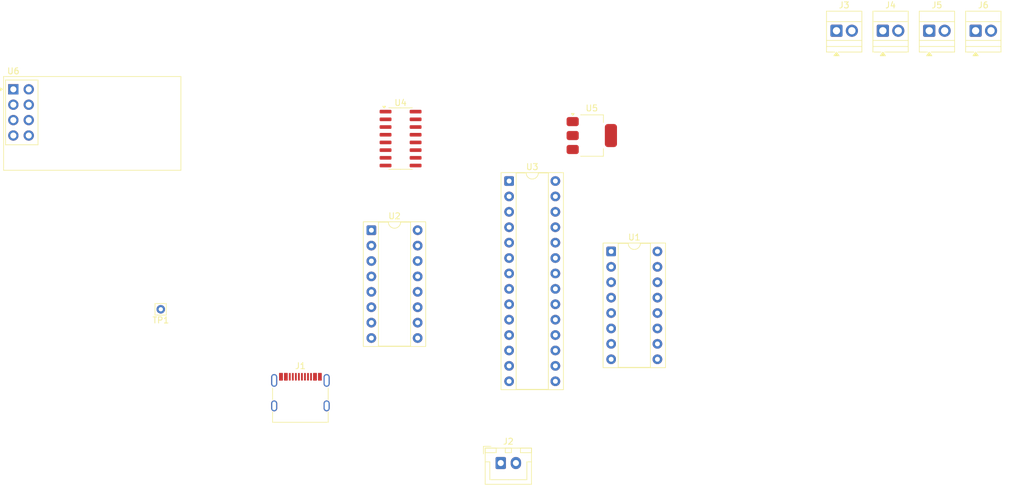
<source format=kicad_pcb>
(kicad_pcb (version 20241229) (generator "pcbnew") (generator_version "9.0")
  (layers (0 "F.Cu" signal) (2 "B.Cu" signal) (13 "F.Paste" user) (15 "B.Paste" user) (5 "F.SilkS" user "F.Silkscreen") (7 "B.SilkS" user "B.Silkscreen") (1 "F.Mask" user) (3 "B.Mask" user) (25 "Edge.Cuts" user))
  (net 0 "")
  (net 2 "GND")
  (net 3 "+5V")
  (net 5 "Net-(U4-UD+)")
  (net 6 "Net-(U4-UD-)")
  (net 10 "MOTOR_POWER")
  (net 11 "MOTOR_B_2_INPUT")
  (net 12 "MOTOR_A_2_INPUT")
  (net 13 "MOTOR_B_1_INPUT")
  (net 14 "Net-(J3-Pin_2)")
  (net 15 "Net-(J3-Pin_1)")
  (net 16 "Net-(J4-Pin_1)")
  (net 17 "+3.3V")
  (net 18 "Net-(J4-Pin_2)")
  (net 19 "MOTOR_A_1_INPUT")
  (net 20 "Net-(J5-Pin_1)")
  (net 21 "MOTOR_C_1_INPUT")
  (net 22 "MOTOR_D_1_INPUT")
  (net 23 "Net-(J5-Pin_2)")
  (net 24 "Net-(J6-Pin_2)")
  (net 25 "Net-(J6-Pin_1)")
  (net 29 "MOTOR_D_2_INPUT")
  (net 30 "MOTOR_C_2_INPUT")
  (net 31 "Net-(U3-XTAL1{slash}PB6)")
  (net 32 "Net-(U3-PD1)")
  (net 34 "Net-(U3-PB3)")
  (net 36 "Net-(U3-PB1)")
  (net 37 "Net-(U3-XTAL2{slash}PB7)")
  (net 38 "Net-(U3-PD0)")
  (net 39 "Net-(U3-~{RESET}{slash}PC6)")
  (net 41 "Net-(U3-PB0)")
  (net 42 "Net-(U3-PB4)")
  (net 43 "Net-(U3-PB5)")
  (footprint "Package_DIP:DIP-28_W7.62mm_Socket" (layer "F.Cu") (at 111.88 60.5)
    (property "Reference" "U3" (at 3.81 -2.33 0) (layer "F.SilkS"))
    (property "Value" "ATmega328P-P")
    (fp_line (start 1.16 -1.33) (end 1.16 34.35) (stroke (width 0.12)) (layer "F.SilkS"))
    (fp_line (start 1.16 34.35) (end 6.46 34.35) (stroke (width 0.12)) (layer "F.SilkS"))
    (fp_line (start 2.81 -1.33) (end 1.16 -1.33) (stroke (width 0.12)) (layer "F.SilkS"))
    (fp_line (start 6.46 -1.33) (end 4.81 -1.33) (stroke (width 0.12)) (layer "F.SilkS"))
    (fp_line (start 6.46 34.35) (end 6.46 -1.33) (stroke (width 0.12)) (layer "F.SilkS"))
    (fp_rect (start -1.33 -1.39) (end 8.95 34.41) (stroke (width 0.12)) (fill no) (layer "F.SilkS"))
    (fp_arc (start 4.81 -1.33) (mid 3.81 -0.33) (end 2.81 -1.33) (stroke (width 0.12)) (layer "F.SilkS"))
    (pad "1" thru_hole roundrect (at 0 0) (size 1.6 1.6) (drill 0.8) (layers "*.Cu" "*.Mask") (roundrect_rratio 0.15625) (net 39 "Net-(U3-~{RESET}{slash}PC6)"))
    (pad "2" thru_hole circle (at 0 2.54) (size 1.6 1.6) (drill 0.8) (layers "*.Cu" "*.Mask") (net 38 "Net-(U3-PD0)"))
    (pad "3" thru_hole circle (at 0 5.08) (size 1.6 1.6) (drill 0.8) (layers "*.Cu" "*.Mask") (net 32 "Net-(U3-PD1)"))
    (pad "4" thru_hole circle (at 0 7.62) (size 1.6 1.6) (drill 0.8) (layers "*.Cu" "*.Mask"))
    (pad "5" thru_hole circle (at 0 10.16) (size 1.6 1.6) (drill 0.8) (layers "*.Cu" "*.Mask"))
    (pad "6" thru_hole circle (at 0 12.7) (size 1.6 1.6) (drill 0.8) (layers "*.Cu" "*.Mask"))
    (pad "7" thru_hole circle (at 0 15.24) (size 1.6 1.6) (drill 0.8) (layers "*.Cu" "*.Mask") (net 3 "+5V"))
    (pad "8" thru_hole circle (at 0 17.78) (size 1.6 1.6) (drill 0.8) (layers "*.Cu" "*.Mask") (net 2 "GND"))
    (pad "9" thru_hole circle (at 0 20.32) (size 1.6 1.6) (drill 0.8) (layers "*.Cu" "*.Mask") (net 31 "Net-(U3-XTAL1{slash}PB6)"))
    (pad "10" thru_hole circle (at 0 22.86) (size 1.6 1.6) (drill 0.8) (layers "*.Cu" "*.Mask") (net 37 "Net-(U3-XTAL2{slash}PB7)"))
    (pad "11" thru_hole circle (at 0 25.4) (size 1.6 1.6) (drill 0.8) (layers "*.Cu" "*.Mask") (net 22 "MOTOR_D_1_INPUT"))
    (pad "12" thru_hole circle (at 0 27.94) (size 1.6 1.6) (drill 0.8) (layers "*.Cu" "*.Mask") (net 29 "MOTOR_D_2_INPUT"))
    (pad "13" thru_hole circle (at 0 30.48) (size 1.6 1.6) (drill 0.8) (layers "*.Cu" "*.Mask"))
    (pad "14" thru_hole circle (at 0 33.02) (size 1.6 1.6) (drill 0.8) (layers "*.Cu" "*.Mask") (net 41 "Net-(U3-PB0)"))
    (pad "15" thru_hole circle (at 7.62 33.02) (size 1.6 1.6) (drill 0.8) (layers "*.Cu" "*.Mask") (net 36 "Net-(U3-PB1)"))
    (pad "16" thru_hole circle (at 7.62 30.48) (size 1.6 1.6) (drill 0.8) (layers "*.Cu" "*.Mask"))
    (pad "17" thru_hole circle (at 7.62 27.94) (size 1.6 1.6) (drill 0.8) (layers "*.Cu" "*.Mask") (net 34 "Net-(U3-PB3)"))
    (pad "18" thru_hole circle (at 7.62 25.4) (size 1.6 1.6) (drill 0.8) (layers "*.Cu" "*.Mask") (net 42 "Net-(U3-PB4)"))
    (pad "19" thru_hole circle (at 7.62 22.86) (size 1.6 1.6) (drill 0.8) (layers "*.Cu" "*.Mask") (net 43 "Net-(U3-PB5)"))
    (pad "20" thru_hole circle (at 7.62 20.32) (size 1.6 1.6) (drill 0.8) (layers "*.Cu" "*.Mask"))
    (pad "21" thru_hole circle (at 7.62 17.78) (size 1.6 1.6) (drill 0.8) (layers "*.Cu" "*.Mask"))
    (pad "22" thru_hole circle (at 7.62 15.24) (size 1.6 1.6) (drill 0.8) (layers "*.Cu" "*.Mask") (net 2 "GND"))
    (pad "23" thru_hole circle (at 7.62 12.7) (size 1.6 1.6) (drill 0.8) (layers "*.Cu" "*.Mask") (net 19 "MOTOR_A_1_INPUT"))
    (pad "24" thru_hole circle (at 7.62 10.16) (size 1.6 1.6) (drill 0.8) (layers "*.Cu" "*.Mask") (net 12 "MOTOR_A_2_INPUT"))
    (pad "25" thru_hole circle (at 7.62 7.62) (size 1.6 1.6) (drill 0.8) (layers "*.Cu" "*.Mask") (net 13 "MOTOR_B_1_INPUT"))
    (pad "26" thru_hole circle (at 7.62 5.08) (size 1.6 1.6) (drill 0.8) (layers "*.Cu" "*.Mask") (net 11 "MOTOR_B_2_INPUT"))
    (pad "27" thru_hole circle (at 7.62 2.54) (size 1.6 1.6) (drill 0.8) (layers "*.Cu" "*.Mask") (net 21 "MOTOR_C_1_INPUT"))
    (pad "28" thru_hole circle (at 7.62 0) (size 1.6 1.6) (drill 0.8) (layers "*.Cu" "*.Mask") (net 30 "MOTOR_C_2_INPUT"))
  )
  (footprint "RF_Module:nRF24L01_Breakout" (layer "F.Cu") (at 30.2105 45.375)
    (property "Reference" "U6" (at 0 -3 0) (layer "F.SilkS"))
    (property "Value" "NRF24L01_Breakout")
    (fp_line (start -1.6 -2.1) (end -1.6 -2.1) (stroke (width 0.12)) (layer "F.SilkS"))
    (fp_line (start -1.6 -2.1) (end 27.6 -2.1) (stroke (width 0.12)) (layer "F.SilkS"))
    (fp_line (start -1.6 13.35) (end -1.6 -2.1) (stroke (width 0.12)) (layer "F.SilkS"))
    (fp_line (start -1.27 -1.524) (end -1.27 -1.524) (stroke (width 0.12)) (layer "F.SilkS"))
    (fp_line (start -1.27 -1.524) (end 4.064 -1.524) (stroke (width 0.12)) (layer "F.SilkS"))
    (fp_line (start -1.27 9.144) (end -1.27 -1.524) (stroke (width 0.12)) (layer "F.SilkS"))
    (fp_line (start -1.27 9.144) (end -1.27 9.144) (stroke (width 0.12)) (layer "F.SilkS"))
    (fp_line (start 4.064 -1.524) (end 4.064 9.144) (stroke (width 0.12)) (layer "F.SilkS"))
    (fp_line (start 4.064 9.144) (end -1.27 9.144) (stroke (width 0.12)) (layer "F.SilkS"))
    (fp_line (start 27.6 -2.1) (end 27.6 13.35) (stroke (width 0.12)) (layer "F.SilkS"))
    (fp_line (start 27.6 13.35) (end -1.6 13.35) (stroke (width 0.12)) (layer "F.SilkS"))
    (fp_poly (pts (xy -1.8 0) (xy -2.136 0.24) (xy -2.136 -0.24) (xy -1.8 0)) (stroke (width 0.12)) (fill yes) (layer "F.SilkS"))
    (pad "1" thru_hole rect (at 0 0) (size 1.7 1.7) (drill 1) (layers "*.Cu" "*.Mask") (net 2 "GND"))
    (pad "2" thru_hole circle (at 2.54 0) (size 1.7 1.7) (drill 1) (layers "*.Cu" "*.Mask"))
    (pad "3" thru_hole circle (at 0 2.54) (size 1.7 1.7) (drill 1) (layers "*.Cu" "*.Mask") (net 41 "Net-(U3-PB0)"))
    (pad "4" thru_hole circle (at 2.54 2.54) (size 1.7 1.7) (drill 1) (layers "*.Cu" "*.Mask") (net 36 "Net-(U3-PB1)"))
    (pad "5" thru_hole circle (at 0 5.08) (size 1.7 1.7) (drill 1) (layers "*.Cu" "*.Mask") (net 43 "Net-(U3-PB5)"))
    (pad "6" thru_hole circle (at 2.54 5.08) (size 1.7 1.7) (drill 1) (layers "*.Cu" "*.Mask") (net 34 "Net-(U3-PB3)"))
    (pad "7" thru_hole circle (at 0 7.62) (size 1.7 1.7) (drill 1) (layers "*.Cu" "*.Mask") (net 42 "Net-(U3-PB4)"))
    (pad "8" thru_hole circle (at 2.54 7.62) (size 1.7 1.7) (drill 1) (layers "*.Cu" "*.Mask"))
  )
  (footprint "Connector_JST:JST_XH_B2B-XH-A_1x02_P2.50mm_Vertical" (layer "F.Cu") (at 110.5 107)
    (property "Reference" "J2" (at 1.25 -3.55 0) (layer "F.SilkS"))
    (property "Value" "POWER_INPUT")
    (fp_line (start -2.85 -2.75) (end -2.85 -1.5) (stroke (width 0.12)) (layer "F.SilkS"))
    (fp_line (start -2.56 -2.46) (end -2.56 3.51) (stroke (width 0.12)) (layer "F.SilkS"))
    (fp_line (start -2.56 3.51) (end 5.06 3.51) (stroke (width 0.12)) (layer "F.SilkS"))
    (fp_line (start -2.55 -2.45) (end -2.55 -1.7) (stroke (width 0.12)) (layer "F.SilkS"))
    (fp_line (start -2.55 -1.7) (end -0.75 -1.7) (stroke (width 0.12)) (layer "F.SilkS"))
    (fp_line (start -2.55 -0.2) (end -1.8 -0.2) (stroke (width 0.12)) (layer "F.SilkS"))
    (fp_line (start -1.8 -0.2) (end -1.8 2.75) (stroke (width 0.12)) (layer "F.SilkS"))
    (fp_line (start -1.8 2.75) (end 1.25 2.75) (stroke (width 0.12)) (layer "F.SilkS"))
    (fp_line (start -1.6 -2.75) (end -2.85 -2.75) (stroke (width 0.12)) (layer "F.SilkS"))
    (fp_line (start -0.75 -2.45) (end -2.55 -2.45) (stroke (width 0.12)) (layer "F.SilkS"))
    (fp_line (start -0.75 -1.7) (end -0.75 -2.45) (stroke (width 0.12)) (layer "F.SilkS"))
    (fp_line (start 0.75 -2.45) (end 0.75 -1.7) (stroke (width 0.12)) (layer "F.SilkS"))
    (fp_line (start 0.75 -1.7) (end 1.75 -1.7) (stroke (width 0.12)) (layer "F.SilkS"))
    (fp_line (start 1.75 -2.45) (end 0.75 -2.45) (stroke (width 0.12)) (layer "F.SilkS"))
    (fp_line (start 1.75 -1.7) (end 1.75 -2.45) (stroke (width 0.12)) (layer "F.SilkS"))
    (fp_line (start 3.25 -2.45) (end 3.25 -1.7) (stroke (width 0.12)) (layer "F.SilkS"))
    (fp_line (start 3.25 -1.7) (end 5.05 -1.7) (stroke (width 0.12)) (layer "F.SilkS"))
    (fp_line (start 4.3 -0.2) (end 4.3 2.75) (stroke (width 0.12)) (layer "F.SilkS"))
    (fp_line (start 4.3 2.75) (end 1.25 2.75) (stroke (width 0.12)) (layer "F.SilkS"))
    (fp_line (start 5.05 -2.45) (end 3.25 -2.45) (stroke (width 0.12)) (layer "F.SilkS"))
    (fp_line (start 5.05 -1.7) (end 5.05 -2.45) (stroke (width 0.12)) (layer "F.SilkS"))
    (fp_line (start 5.05 -0.2) (end 4.3 -0.2) (stroke (width 0.12)) (layer "F.SilkS"))
    (fp_line (start 5.06 -2.46) (end -2.56 -2.46) (stroke (width 0.12)) (layer "F.SilkS"))
    (fp_line (start 5.06 3.51) (end 5.06 -2.46) (stroke (width 0.12)) (layer "F.SilkS"))
    (pad "1" thru_hole roundrect (at 0 0) (size 1.7 2) (drill 1) (layers "*.Cu" "*.Mask") (roundrect_rratio 0.147059) (net 10 "MOTOR_POWER"))
    (pad "2" thru_hole oval (at 2.5 0) (size 1.7 2) (drill 1) (layers "*.Cu" "*.Mask") (net 2 "GND"))
  )
  (footprint "Connector_USB:USB_C_Receptacle_G-Switch_GT-USB-7010ASV" (layer "F.Cu") (at 77.5 96.5)
    (property "Reference" "J1" (at 0 -5.5 0) (layer "F.SilkS"))
    (property "Value" "USB_C_Receptacle_USB2.0_16P")
    (fp_line (start -4.58 -1.85) (end -4.58 0.07) (stroke (width 0.12)) (layer "F.SilkS"))
    (fp_line (start -4.58 3.785) (end -4.58 2.08) (stroke (width 0.12)) (layer "F.SilkS"))
    (fp_line (start 4.58 0.07) (end 4.58 -1.85) (stroke (width 0.12)) (layer "F.SilkS"))
    (fp_line (start 4.58 2.08) (end 4.58 3.785) (stroke (width 0.12)) (layer "F.SilkS"))
    (fp_line (start 4.58 3.785) (end -4.58 3.785) (stroke (width 0.12)) (layer "F.SilkS"))
    (pad "" np_thru_hole circle (at -2.89 -2.605) (size 0.65 0.65) (drill 0.65) (layers "*.Cu" "*.Mask"))
    (pad "" np_thru_hole circle (at 2.89 -2.605) (size 0.65 0.65) (drill 0.65) (layers "*.Cu" "*.Mask"))
    (pad "A1" smd rect (at -3.2 -3.725) (size 0.6 1.24) (layers "F.Cu" "F.Mask" "F.Paste") (net 2 "GND"))
    (pad "A4" smd rect (at -2.4 -3.725) (size 0.6 1.24) (layers "F.Cu" "F.Mask" "F.Paste") (net 3 "+5V"))
    (pad "A5" smd rect (at -1.25 -3.725) (size 0.3 1.24) (layers "F.Cu" "F.Mask" "F.Paste"))
    (pad "A6" smd rect (at -0.25 -3.725) (size 0.3 1.24) (layers "F.Cu" "F.Mask" "F.Paste") (net 5 "Net-(U4-UD+)"))
    (pad "A7" smd rect (at 0.25 -3.725) (size 0.3 1.24) (layers "F.Cu" "F.Mask" "F.Paste") (net 6 "Net-(U4-UD-)"))
    (pad "A8" smd rect (at 1.25 -3.725) (size 0.3 1.24) (layers "F.Cu" "F.Mask" "F.Paste"))
    (pad "A9" smd rect (at 2.4 -3.725) (size 0.6 1.24) (layers "F.Cu" "F.Mask" "F.Paste") (net 3 "+5V"))
    (pad "A12" smd rect (at 3.2 -3.725) (size 0.6 1.24) (layers "F.Cu" "F.Mask" "F.Paste") (net 2 "GND"))
    (pad "B1" smd rect (at 3.2 -3.725) (size 0.6 1.24) (layers "F.Cu" "F.Mask" "F.Paste") (net 2 "GND"))
    (pad "B4" smd rect (at 2.4 -3.725) (size 0.6 1.24) (layers "F.Cu" "F.Mask" "F.Paste") (net 3 "+5V"))
    (pad "B5" smd rect (at 1.75 -3.725) (size 0.3 1.24) (layers "F.Cu" "F.Mask" "F.Paste"))
    (pad "B6" smd rect (at 0.75 -3.725) (size 0.3 1.24) (layers "F.Cu" "F.Mask" "F.Paste") (net 5 "Net-(U4-UD+)"))
    (pad "B7" smd rect (at -0.75 -3.725) (size 0.3 1.24) (layers "F.Cu" "F.Mask" "F.Paste") (net 6 "Net-(U4-UD-)"))
    (pad "B8" smd rect (at -1.75 -3.725) (size 0.3 1.24) (layers "F.Cu" "F.Mask" "F.Paste"))
    (pad "B9" smd rect (at -2.4 -3.725) (size 0.6 1.24) (layers "F.Cu" "F.Mask" "F.Paste") (net 3 "+5V"))
    (pad "B12" smd rect (at -3.2 -3.725) (size 0.6 1.24) (layers "F.Cu" "F.Mask" "F.Paste") (net 2 "GND"))
    (pad "S1" thru_hole oval (at -4.32 -3.125) (size 1 2.1) (drill oval 0.6 1.7) (property pad_prop_heatsink) (layers "*.Cu" "*.Mask"))
    (pad "S1" thru_hole oval (at -4.32 1.075) (size 1 1.8) (drill oval 0.6 1.4) (property pad_prop_heatsink) (layers "*.Cu" "*.Mask"))
    (pad "S1" thru_hole oval (at 4.32 -3.125) (size 1 2.1) (drill oval 0.6 1.7) (property pad_prop_heatsink) (layers "*.Cu" "*.Mask"))
    (pad "S1" thru_hole oval (at 4.32 1.075) (size 1 1.8) (drill oval 0.6 1.4) (property pad_prop_heatsink) (layers "*.Cu" "*.Mask"))
  )
  (footprint "TerminalBlock:TerminalBlock_Xinya_XY308-2.54-2P_1x02_P2.54mm_Horizontal" (layer "F.Cu") (at 173.445 35.7175)
    (property "Reference" "J4" (at 1.27 -4.22 0) (layer "F.SilkS"))
    (property "Value" "MOTOR_B_OUTPUT")
    (fp_line (start -1.64 -3.22) (end -1.64 3.52) (stroke (width 0.12)) (layer "F.SilkS"))
    (fp_line (start -1.64 -3.22) (end 4.18 -3.22) (stroke (width 0.12)) (layer "F.SilkS"))
    (fp_line (start -1.64 -1.5) (end 4.18 -1.5) (stroke (width 0.12)) (layer "F.SilkS"))
    (fp_line (start -1.64 1.6) (end 4.18 1.6) (stroke (width 0.12)) (layer "F.SilkS"))
    (fp_line (start -1.64 2.6) (end 4.18 2.6) (stroke (width 0.12)) (layer "F.SilkS"))
    (fp_line (start -1.64 3.52) (end -0.3 3.52) (stroke (width 0.12)) (layer "F.SilkS"))
    (fp_line (start 0.3 3.52) (end 4.18 3.52) (stroke (width 0.12)) (layer "F.SilkS"))
    (fp_line (start 4.18 -3.22) (end 4.18 3.52) (stroke (width 0.12)) (layer "F.SilkS"))
    (fp_poly (pts (xy 0 3.52) (xy 0.44 4.13) (xy -0.44 4.13) (xy 0 3.52)) (stroke (width 0.12)) (fill yes) (layer "F.SilkS"))
    (pad "1" thru_hole roundrect (at 0 0) (size 2 2) (drill 1.2) (layers "*.Cu" "*.Mask") (roundrect_rratio 0.125) (net 16 "Net-(J4-Pin_1)"))
    (pad "2" thru_hole circle (at 2.54 0) (size 2 2) (drill 1.2) (layers "*.Cu" "*.Mask") (net 18 "Net-(J4-Pin_2)"))
  )
  (footprint "TerminalBlock:TerminalBlock_Xinya_XY308-2.54-2P_1x02_P2.54mm_Horizontal" (layer "F.Cu") (at 181.085 35.7175)
    (property "Reference" "J5" (at 1.27 -4.22 0) (layer "F.SilkS"))
    (property "Value" "MOTOR_C_OUTPUT")
    (fp_line (start -1.64 -3.22) (end -1.64 3.52) (stroke (width 0.12)) (layer "F.SilkS"))
    (fp_line (start -1.64 -3.22) (end 4.18 -3.22) (stroke (width 0.12)) (layer "F.SilkS"))
    (fp_line (start -1.64 -1.5) (end 4.18 -1.5) (stroke (width 0.12)) (layer "F.SilkS"))
    (fp_line (start -1.64 1.6) (end 4.18 1.6) (stroke (width 0.12)) (layer "F.SilkS"))
    (fp_line (start -1.64 2.6) (end 4.18 2.6) (stroke (width 0.12)) (layer "F.SilkS"))
    (fp_line (start -1.64 3.52) (end -0.3 3.52) (stroke (width 0.12)) (layer "F.SilkS"))
    (fp_line (start 0.3 3.52) (end 4.18 3.52) (stroke (width 0.12)) (layer "F.SilkS"))
    (fp_line (start 4.18 -3.22) (end 4.18 3.52) (stroke (width 0.12)) (layer "F.SilkS"))
    (fp_poly (pts (xy 0 3.52) (xy 0.44 4.13) (xy -0.44 4.13) (xy 0 3.52)) (stroke (width 0.12)) (fill yes) (layer "F.SilkS"))
    (pad "1" thru_hole roundrect (at 0 0) (size 2 2) (drill 1.2) (layers "*.Cu" "*.Mask") (roundrect_rratio 0.125) (net 20 "Net-(J5-Pin_1)"))
    (pad "2" thru_hole circle (at 2.54 0) (size 2 2) (drill 1.2) (layers "*.Cu" "*.Mask") (net 23 "Net-(J5-Pin_2)"))
  )
  (footprint "TerminalBlock:TerminalBlock_Xinya_XY308-2.54-2P_1x02_P2.54mm_Horizontal" (layer "F.Cu") (at 188.725 35.7175)
    (property "Reference" "J6" (at 1.27 -4.22 0) (layer "F.SilkS"))
    (property "Value" "MOTOR_D_OUTPUT")
    (fp_line (start -1.64 -3.22) (end -1.64 3.52) (stroke (width 0.12)) (layer "F.SilkS"))
    (fp_line (start -1.64 -3.22) (end 4.18 -3.22) (stroke (width 0.12)) (layer "F.SilkS"))
    (fp_line (start -1.64 -1.5) (end 4.18 -1.5) (stroke (width 0.12)) (layer "F.SilkS"))
    (fp_line (start -1.64 1.6) (end 4.18 1.6) (stroke (width 0.12)) (layer "F.SilkS"))
    (fp_line (start -1.64 2.6) (end 4.18 2.6) (stroke (width 0.12)) (layer "F.SilkS"))
    (fp_line (start -1.64 3.52) (end -0.3 3.52) (stroke (width 0.12)) (layer "F.SilkS"))
    (fp_line (start 0.3 3.52) (end 4.18 3.52) (stroke (width 0.12)) (layer "F.SilkS"))
    (fp_line (start 4.18 -3.22) (end 4.18 3.52) (stroke (width 0.12)) (layer "F.SilkS"))
    (fp_poly (pts (xy 0 3.52) (xy 0.44 4.13) (xy -0.44 4.13) (xy 0 3.52)) (stroke (width 0.12)) (fill yes) (layer "F.SilkS"))
    (pad "1" thru_hole roundrect (at 0 0) (size 2 2) (drill 1.2) (layers "*.Cu" "*.Mask") (roundrect_rratio 0.125) (net 25 "Net-(J6-Pin_1)"))
    (pad "2" thru_hole circle (at 2.54 0) (size 2 2) (drill 1.2) (layers "*.Cu" "*.Mask") (net 24 "Net-(J6-Pin_2)"))
  )
  (footprint "Package_SO:SOIC-16_3.9x9.9mm_P1.27mm" (layer "F.Cu") (at 94 53.5)
    (property "Reference" "U4" (at 0 -5.9 0) (layer "F.SilkS"))
    (property "Value" "CH340G")
    (fp_line (start 0 -5.06) (end -1.95 -5.06) (stroke (width 0.12)) (layer "F.SilkS"))
    (fp_line (start 0 -5.06) (end 1.95 -5.06) (stroke (width 0.12)) (layer "F.SilkS"))
    (fp_line (start 0 5.06) (end -1.95 5.06) (stroke (width 0.12)) (layer "F.SilkS"))
    (fp_line (start 0 5.06) (end 1.95 5.06) (stroke (width 0.12)) (layer "F.SilkS"))
    (fp_poly (pts (xy -2.7 -5.005) (xy -2.94 -5.335) (xy -2.46 -5.335) (xy -2.7 -5.005)) (stroke (width 0.12)) (fill yes) (layer "F.SilkS"))
    (pad "1" smd roundrect (at -2.475 -4.445) (size 1.95 0.6) (layers "F.Cu" "F.Mask" "F.Paste") (net 2 "GND"))
    (pad "2" smd roundrect (at -2.475 -3.175) (size 1.95 0.6) (layers "F.Cu" "F.Mask" "F.Paste") (net 38 "Net-(U3-PD0)"))
    (pad "3" smd roundrect (at -2.475 -1.905) (size 1.95 0.6) (layers "F.Cu" "F.Mask" "F.Paste") (net 32 "Net-(U3-PD1)"))
    (pad "4" smd roundrect (at -2.475 -0.635) (size 1.95 0.6) (layers "F.Cu" "F.Mask" "F.Paste"))
    (pad "5" smd roundrect (at -2.475 0.635) (size 1.95 0.6) (layers "F.Cu" "F.Mask" "F.Paste") (net 5 "Net-(U4-UD+)"))
    (pad "6" smd roundrect (at -2.475 1.905) (size 1.95 0.6) (layers "F.Cu" "F.Mask" "F.Paste") (net 6 "Net-(U4-UD-)"))
    (pad "7" smd roundrect (at -2.475 3.175) (size 1.95 0.6) (layers "F.Cu" "F.Mask" "F.Paste"))
    (pad "8" smd roundrect (at -2.475 4.445) (size 1.95 0.6) (layers "F.Cu" "F.Mask" "F.Paste"))
    (pad "9" smd roundrect (at 2.475 4.445) (size 1.95 0.6) (layers "F.Cu" "F.Mask" "F.Paste"))
    (pad "10" smd roundrect (at 2.475 3.175) (size 1.95 0.6) (layers "F.Cu" "F.Mask" "F.Paste"))
    (pad "11" smd roundrect (at 2.475 1.905) (size 1.95 0.6) (layers "F.Cu" "F.Mask" "F.Paste"))
    (pad "12" smd roundrect (at 2.475 0.635) (size 1.95 0.6) (layers "F.Cu" "F.Mask" "F.Paste"))
    (pad "13" smd roundrect (at 2.475 -0.635) (size 1.95 0.6) (layers "F.Cu" "F.Mask" "F.Paste") (net 39 "Net-(U3-~{RESET}{slash}PC6)"))
    (pad "14" smd roundrect (at 2.475 -1.905) (size 1.95 0.6) (layers "F.Cu" "F.Mask" "F.Paste"))
    (pad "15" smd roundrect (at 2.475 -3.175) (size 1.95 0.6) (layers "F.Cu" "F.Mask" "F.Paste"))
    (pad "16" smd roundrect (at 2.475 -4.445) (size 1.95 0.6) (layers "F.Cu" "F.Mask" "F.Paste") (net 3 "+5V"))
  )
  (footprint "Package_TO_SOT_SMD:SOT-223-3_TabPin2" (layer "F.Cu") (at 125.5 53)
    (property "Reference" "U5" (at 0 -4.5 0) (layer "F.SilkS"))
    (property "Value" "AMS1117")
    (fp_line (start -1.85 -3.41) (end 1.91 -3.41) (stroke (width 0.12)) (layer "F.SilkS"))
    (fp_line (start -1.85 3.41) (end 1.91 3.41) (stroke (width 0.12)) (layer "F.SilkS"))
    (fp_line (start 1.91 -3.41) (end 1.91 -2.15) (stroke (width 0.12)) (layer "F.SilkS"))
    (fp_line (start 1.91 3.41) (end 1.91 2.15) (stroke (width 0.12)) (layer "F.SilkS"))
    (fp_poly (pts (xy -3.13 -3.31) (xy -3.37 -3.64) (xy -2.89 -3.64) (xy -3.13 -3.31)) (stroke (width 0.12)) (fill yes) (layer "F.SilkS"))
    (pad "1" smd roundrect (at -3.15 -2.3) (size 2 1.5) (layers "F.Cu" "F.Mask" "F.Paste") (net 2 "GND"))
    (pad "2" smd roundrect (at -3.15 0) (size 2 1.5) (layers "F.Cu" "F.Mask" "F.Paste") (net 17 "+3.3V"))
    (pad "2" smd roundrect (at 3.15 0) (size 2 3.8) (layers "F.Cu" "F.Mask" "F.Paste") (net 17 "+3.3V"))
    (pad "3" smd roundrect (at -3.15 2.3) (size 2 1.5) (layers "F.Cu" "F.Mask" "F.Paste") (net 3 "+5V"))
  )
  (footprint "Connector_Pin:Pin_D0.7mm_L6.5mm_W1.8mm_FlatFork" (layer "F.Cu") (at 54.5 81.65)
    (property "Reference" "TP1" (at 0 1.8 0) (layer "F.SilkS"))
    (property "Value" "TestPoint")
    (fp_line (start -0.95 -0.95) (end -0.95 0.95) (stroke (width 0.12)) (layer "F.SilkS"))
    (fp_line (start -0.95 0.95) (end 0.9 0.95) (stroke (width 0.12)) (layer "F.SilkS"))
    (fp_line (start 0.9 -0.95) (end -0.95 -0.95) (stroke (width 0.12)) (layer "F.SilkS"))
    (fp_line (start 0.9 -0.9) (end 0.9 -0.95) (stroke (width 0.12)) (layer "F.SilkS"))
    (fp_line (start 0.9 0.95) (end 0.9 -0.9) (stroke (width 0.12)) (layer "F.SilkS"))
    (pad "1" thru_hole circle (at 0 0) (size 1.4 1.4) (drill 0.7) (layers "*.Cu" "*.Mask") (net 3 "+5V"))
  )
  (footprint "TerminalBlock:TerminalBlock_Xinya_XY308-2.54-2P_1x02_P2.54mm_Horizontal" (layer "F.Cu") (at 165.805 35.7175)
    (property "Reference" "J3" (at 1.27 -4.22 0) (layer "F.SilkS"))
    (property "Value" "MOTOR_A_OUTPUT")
    (fp_line (start -1.64 -3.22) (end -1.64 3.52) (stroke (width 0.12)) (layer "F.SilkS"))
    (fp_line (start -1.64 -3.22) (end 4.18 -3.22) (stroke (width 0.12)) (layer "F.SilkS"))
    (fp_line (start -1.64 -1.5) (end 4.18 -1.5) (stroke (width 0.12)) (layer "F.SilkS"))
    (fp_line (start -1.64 1.6) (end 4.18 1.6) (stroke (width 0.12)) (layer "F.SilkS"))
    (fp_line (start -1.64 2.6) (end 4.18 2.6) (stroke (width 0.12)) (layer "F.SilkS"))
    (fp_line (start -1.64 3.52) (end -0.3 3.52) (stroke (width 0.12)) (layer "F.SilkS"))
    (fp_line (start 0.3 3.52) (end 4.18 3.52) (stroke (width 0.12)) (layer "F.SilkS"))
    (fp_line (start 4.18 -3.22) (end 4.18 3.52) (stroke (width 0.12)) (layer "F.SilkS"))
    (fp_poly (pts (xy 0 3.52) (xy 0.44 4.13) (xy -0.44 4.13) (xy 0 3.52)) (stroke (width 0.12)) (fill yes) (layer "F.SilkS"))
    (pad "1" thru_hole roundrect (at 0 0) (size 2 2) (drill 1.2) (layers "*.Cu" "*.Mask") (roundrect_rratio 0.125) (net 15 "Net-(J3-Pin_1)"))
    (pad "2" thru_hole circle (at 2.54 0) (size 2 2) (drill 1.2) (layers "*.Cu" "*.Mask") (net 14 "Net-(J3-Pin_2)"))
  )
  (footprint "Package_DIP:DIP-16_W7.62mm_Socket" (layer "F.Cu") (at 128.69 72.11)
    (property "Reference" "U1" (at 3.81 -2.33 0) (layer "F.SilkS"))
    (property "Value" "L293D")
    (fp_line (start 1.16 -1.33) (end 1.16 19.11) (stroke (width 0.12)) (layer "F.SilkS"))
    (fp_line (start 1.16 19.11) (end 6.46 19.11) (stroke (width 0.12)) (layer "F.SilkS"))
    (fp_line (start 2.81 -1.33) (end 1.16 -1.33) (stroke (width 0.12)) (layer "F.SilkS"))
    (fp_line (start 6.46 -1.33) (end 4.81 -1.33) (stroke (width 0.12)) (layer "F.SilkS"))
    (fp_line (start 6.46 19.11) (end 6.46 -1.33) (stroke (width 0.12)) (layer "F.SilkS"))
    (fp_rect (start -1.33 -1.39) (end 8.95 19.17) (stroke (width 0.12)) (fill no) (layer "F.SilkS"))
    (fp_arc (start 4.81 -1.33) (mid 3.81 -0.33) (end 2.81 -1.33) (stroke (width 0.12)) (layer "F.SilkS"))
    (pad "1" thru_hole roundrect (at 0 0) (size 1.6 1.6) (drill 0.8) (layers "*.Cu" "*.Mask") (roundrect_rratio 0.15625) (net 17 "+3.3V"))
    (pad "2" thru_hole circle (at 0 2.54) (size 1.6 1.6) (drill 0.8) (layers "*.Cu" "*.Mask") (net 19 "MOTOR_A_1_INPUT"))
    (pad "3" thru_hole circle (at 0 5.08) (size 1.6 1.6) (drill 0.8) (layers "*.Cu" "*.Mask") (net 15 "Net-(J3-Pin_1)"))
    (pad "4" thru_hole circle (at 0 7.62) (size 1.6 1.6) (drill 0.8) (layers "*.Cu" "*.Mask") (net 2 "GND"))
    (pad "5" thru_hole circle (at 0 10.16) (size 1.6 1.6) (drill 0.8) (layers "*.Cu" "*.Mask") (net 2 "GND"))
    (pad "6" thru_hole circle (at 0 12.7) (size 1.6 1.6) (drill 0.8) (layers "*.Cu" "*.Mask") (net 14 "Net-(J3-Pin_2)"))
    (pad "7" thru_hole circle (at 0 15.24) (size 1.6 1.6) (drill 0.8) (layers "*.Cu" "*.Mask") (net 12 "MOTOR_A_2_INPUT"))
    (pad "8" thru_hole circle (at 0 17.78) (size 1.6 1.6) (drill 0.8) (layers "*.Cu" "*.Mask") (net 10 "MOTOR_POWER"))
    (pad "9" thru_hole circle (at 7.62 17.78) (size 1.6 1.6) (drill 0.8) (layers "*.Cu" "*.Mask") (net 17 "+3.3V"))
    (pad "10" thru_hole circle (at 7.62 15.24) (size 1.6 1.6) (drill 0.8) (layers "*.Cu" "*.Mask") (net 13 "MOTOR_B_1_INPUT"))
    (pad "11" thru_hole circle (at 7.62 12.7) (size 1.6 1.6) (drill 0.8) (layers "*.Cu" "*.Mask") (net 16 "Net-(J4-Pin_1)"))
    (pad "12" thru_hole circle (at 7.62 10.16) (size 1.6 1.6) (drill 0.8) (layers "*.Cu" "*.Mask") (net 2 "GND"))
    (pad "13" thru_hole circle (at 7.62 7.62) (size 1.6 1.6) (drill 0.8) (layers "*.Cu" "*.Mask") (net 2 "GND"))
    (pad "14" thru_hole circle (at 7.62 5.08) (size 1.6 1.6) (drill 0.8) (layers "*.Cu" "*.Mask") (net 18 "Net-(J4-Pin_2)"))
    (pad "15" thru_hole circle (at 7.62 2.54) (size 1.6 1.6) (drill 0.8) (layers "*.Cu" "*.Mask") (net 11 "MOTOR_B_2_INPUT"))
    (pad "16" thru_hole circle (at 7.62 0) (size 1.6 1.6) (drill 0.8) (layers "*.Cu" "*.Mask") (net 3 "+5V"))
  )
  (footprint "Package_DIP:DIP-16_W7.62mm_Socket" (layer "F.Cu") (at 89.19 68.61)
    (property "Reference" "U2" (at 3.81 -2.33 0) (layer "F.SilkS"))
    (property "Value" "L293D")
    (fp_line (start 1.16 -1.33) (end 1.16 19.11) (stroke (width 0.12)) (layer "F.SilkS"))
    (fp_line (start 1.16 19.11) (end 6.46 19.11) (stroke (width 0.12)) (layer "F.SilkS"))
    (fp_line (start 2.81 -1.33) (end 1.16 -1.33) (stroke (width 0.12)) (layer "F.SilkS"))
    (fp_line (start 6.46 -1.33) (end 4.81 -1.33) (stroke (width 0.12)) (layer "F.SilkS"))
    (fp_line (start 6.46 19.11) (end 6.46 -1.33) (stroke (width 0.12)) (layer "F.SilkS"))
    (fp_rect (start -1.33 -1.39) (end 8.95 19.17) (stroke (width 0.12)) (fill no) (layer "F.SilkS"))
    (fp_arc (start 4.81 -1.33) (mid 3.81 -0.33) (end 2.81 -1.33) (stroke (width 0.12)) (layer "F.SilkS"))
    (pad "1" thru_hole roundrect (at 0 0) (size 1.6 1.6) (drill 0.8) (layers "*.Cu" "*.Mask") (roundrect_rratio 0.15625) (net 17 "+3.3V"))
    (pad "2" thru_hole circle (at 0 2.54) (size 1.6 1.6) (drill 0.8) (layers "*.Cu" "*.Mask") (net 21 "MOTOR_C_1_INPUT"))
    (pad "3" thru_hole circle (at 0 5.08) (size 1.6 1.6) (drill 0.8) (layers "*.Cu" "*.Mask") (net 20 "Net-(J5-Pin_1)"))
    (pad "4" thru_hole circle (at 0 7.62) (size 1.6 1.6) (drill 0.8) (layers "*.Cu" "*.Mask") (net 2 "GND"))
    (pad "5" thru_hole circle (at 0 10.16) (size 1.6 1.6) (drill 0.8) (layers "*.Cu" "*.Mask") (net 2 "GND"))
    (pad "6" thru_hole circle (at 0 12.7) (size 1.6 1.6) (drill 0.8) (layers "*.Cu" "*.Mask") (net 23 "Net-(J5-Pin_2)"))
    (pad "7" thru_hole circle (at 0 15.24) (size 1.6 1.6) (drill 0.8) (layers "*.Cu" "*.Mask") (net 30 "MOTOR_C_2_INPUT"))
    (pad "8" thru_hole circle (at 0 17.78) (size 1.6 1.6) (drill 0.8) (layers "*.Cu" "*.Mask") (net 10 "MOTOR_POWER"))
    (pad "9" thru_hole circle (at 7.62 17.78) (size 1.6 1.6) (drill 0.8) (layers "*.Cu" "*.Mask") (net 17 "+3.3V"))
    (pad "10" thru_hole circle (at 7.62 15.24) (size 1.6 1.6) (drill 0.8) (layers "*.Cu" "*.Mask") (net 22 "MOTOR_D_1_INPUT"))
    (pad "11" thru_hole circle (at 7.62 12.7) (size 1.6 1.6) (drill 0.8) (layers "*.Cu" "*.Mask") (net 25 "Net-(J6-Pin_1)"))
    (pad "12" thru_hole circle (at 7.62 10.16) (size 1.6 1.6) (drill 0.8) (layers "*.Cu" "*.Mask") (net 2 "GND"))
    (pad "13" thru_hole circle (at 7.62 7.62) (size 1.6 1.6) (drill 0.8) (layers "*.Cu" "*.Mask") (net 2 "GND"))
    (pad "14" thru_hole circle (at 7.62 5.08) (size 1.6 1.6) (drill 0.8) (layers "*.Cu" "*.Mask") (net 24 "Net-(J6-Pin_2)"))
    (pad "15" thru_hole circle (at 7.62 2.54) (size 1.6 1.6) (drill 0.8) (layers "*.Cu" "*.Mask") (net 29 "MOTOR_D_2_INPUT"))
    (pad "16" thru_hole circle (at 7.62 0) (size 1.6 1.6) (drill 0.8) (layers "*.Cu" "*.Mask") (net 3 "+5V"))
  )
)
</source>
